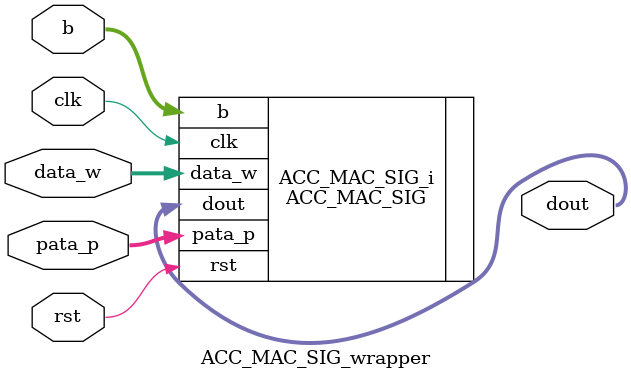
<source format=v>
`timescale 1 ps / 1 ps

module ACC_MAC_SIG_wrapper
   (b,
    clk,
    data_w,
    dout,
    pata_p,
    rst);
  input [7:0]b;
  input clk;
  input [127:0]data_w;
  output [7:0]dout;
  input [127:0]pata_p;
  input rst;

  wire [7:0]b;
  wire clk;
  wire [127:0]data_w;
  wire [7:0]dout;
  wire [127:0]pata_p;
  wire rst;

  ACC_MAC_SIG ACC_MAC_SIG_i
       (.b(b),
        .clk(clk),
        .data_w(data_w),
        .dout(dout),
        .pata_p(pata_p),
        .rst(rst));
endmodule

</source>
